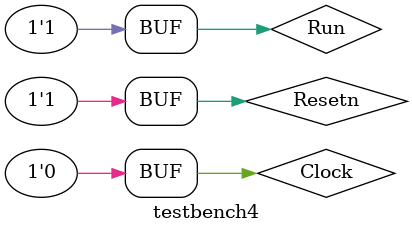
<source format=v>
module testbench4;
	reg Resetn, Clock, Run;
	wire Done, f, zero;
	wire [2:0] Tstep_Q;
	wire [15:0] r0, r1, r2, r3, r4, r5, r6, pc, a, g, DIN, addr, dout, DATA;

    proc2 proc(Resetn, Clock, Run, Done, Tstep_Q, DIN, addr, dout, DATA, r0, r1, r2, r3, r4, r5, r6, pc, a, g, f, zero);

   initial begin
        Clock = 1'b0;
        Run = 1'b1;
        Resetn = 1'b1;
        $monitor("T%d | Done: %b | r0: %h | r1: %h | r2: %h | r3: %h | r4: %h | r5: %h | r6: %h | buswires: %h | pc: %h | pc_incr: %b\naddr: %d | addr_in: %b | DATA: %h | dout: %h | dout_in: %b | a: %h | g: %h | f: %d | F_in: %b | zero: %b | IR: %b | W: %b\n", proc.Tstep_Q, Done, proc.r0,proc.r1,proc.r2,proc.r3,proc.r4,proc.r5,proc.r6, proc.BusWires, proc.pc,proc.pc_incr, proc.addr, proc.ADDR_in, proc.DATA, proc.dout, proc.DOUT_in, proc.a,proc.g,proc.f, proc.F_in, proc.zero, proc.IR,proc.w);
    end

   initial begin
		  $display("--------------------------------------  mv r0, #2 --------------------------------------");
		  Clock = ~Clock;
        #1
        Clock = ~Clock;
        #1
        Clock = ~Clock;
        #1
        Clock = ~Clock;
        #1
        Clock = ~Clock;
        #1
        Clock = ~Clock;
        #1
        Clock = ~Clock;
        #1
        Clock = ~Clock;
        #1
		  
		  $display("-------------------------------------- sub r0, #1 --------------------------------------");
		  Clock = ~Clock;
        #1
        Clock = ~Clock;
        #1
        Clock = ~Clock;
        #1
        Clock = ~Clock;
        #1
        Clock = ~Clock;
        #1
        Clock = ~Clock;
        #1
        Clock = ~Clock;
        #1
        Clock = ~Clock;
        #1
		  Clock = ~Clock;
        #1
        Clock = ~Clock;
        #1
        Clock = ~Clock;
        #1
        Clock = ~Clock;
        #1
		  
		  
        $display("--------------------------------------  bne LOOP --------------------------------------");
        Clock = ~Clock;
        #1
        Clock = ~Clock;
        #1
        Clock = ~Clock;
        #1
        Clock = ~Clock;
        #1
        Clock = ~Clock;
        #1
        Clock = ~Clock;
        #1
        Clock = ~Clock;
        #1
        Clock = ~Clock;
        #1
        Clock = ~Clock;
        #1
        Clock = ~Clock;
		  #1
        Clock = ~Clock;
        #1
        Clock = ~Clock;
        #1

        $display("-------------------------------------- sub r0, #1  --------------------------------------");
        Clock = ~Clock;
        #1
        Clock = ~Clock;
        #1
        Clock = ~Clock;
        #1
        Clock = ~Clock;
        #1
        Clock = ~Clock;
        #1
        Clock = ~Clock;
        #1
        Clock = ~Clock;
        #1
        Clock = ~Clock;
		  #1
		  Clock = ~Clock;
        #1
        Clock = ~Clock;
		  #1
        Clock = ~Clock;
        #1
        Clock = ~Clock;
        #1
        
		  $display("-------------------------------------- bne LOOP  --------------------------------------");
		  Clock = ~Clock;
        #1
        Clock = ~Clock;
        #1
		  Clock = ~Clock;
        #1
        Clock = ~Clock;
        #1
		  Clock = ~Clock;
        #1
        Clock = ~Clock;
        #1
		  Clock = ~Clock;
        #1
        Clock = ~Clock;
        #1
		  
		  $display("-------------------------------------- Beq T1  --------------------------------------");
		  Clock = ~Clock;
        #1
        Clock = ~Clock;
        #1
		  Clock = ~Clock;
        #1
        Clock = ~Clock;
        #1
		  Clock = ~Clock;
        #1
        Clock = ~Clock;
        #1
		  Clock = ~Clock;
        #1
        Clock = ~Clock;
        #1
		  Clock = ~Clock;
        #1
        Clock = ~Clock;
        #1
		  Clock = ~Clock;
        #1
        Clock = ~Clock;
        #1
		  
		  $display("-------------------------------------- mvt r0, #0xFF  --------------------------------------");
		  Clock = ~Clock;
        #1
        Clock = ~Clock;
        #1
		  Clock = ~Clock;
        #1
        Clock = ~Clock;
        #1
		  Clock = ~Clock;
        #1
        Clock = ~Clock;
        #1
		  Clock = ~Clock;
        #1
        Clock = ~Clock;
        #1
		  
		  $display("-------------------------------------- add r0, #0xFF   --------------------------------------");
		  Clock = ~Clock;
        #1
        Clock = ~Clock;
        #1
		  Clock = ~Clock;
        #1
        Clock = ~Clock;
        #1
		  Clock = ~Clock;
        #1
        Clock = ~Clock;
        #1
		  Clock = ~Clock;
        #1
        Clock = ~Clock;
        #1
		  Clock = ~Clock;
        #1
        Clock = ~Clock;
        #1
		  Clock = ~Clock;
        #1
        Clock = ~Clock;
        #1
		  
		  $display("-------------------------------------- B MAIN   --------------------------------------");
		  Clock = ~Clock;
        #1
        Clock = ~Clock;
        #1
		  Clock = ~Clock;
        #1
        Clock = ~Clock;
        #1
		  Clock = ~Clock;
        #1
        Clock = ~Clock;
        #1
		  Clock = ~Clock;
        #1
        Clock = ~Clock;
        #1
		  Clock = ~Clock;
        #1
        Clock = ~Clock;
        #1
		  Clock = ~Clock;
        #1
        Clock = ~Clock;
        #1
		  
		  $display("--------------------------------------  mv r0, #2 --------------------------------------");
		  Clock = ~Clock;
        #1
        Clock = ~Clock;
        #1
        Clock = ~Clock;
        #1
        Clock = ~Clock;
        #1
        Clock = ~Clock;
        #1
        Clock = ~Clock;
        #1
        Clock = ~Clock;
        #1
        Clock = ~Clock;
        #1

        Clock = ~Clock;
        #1
        Clock = ~Clock;
    end
endmodule
 
</source>
